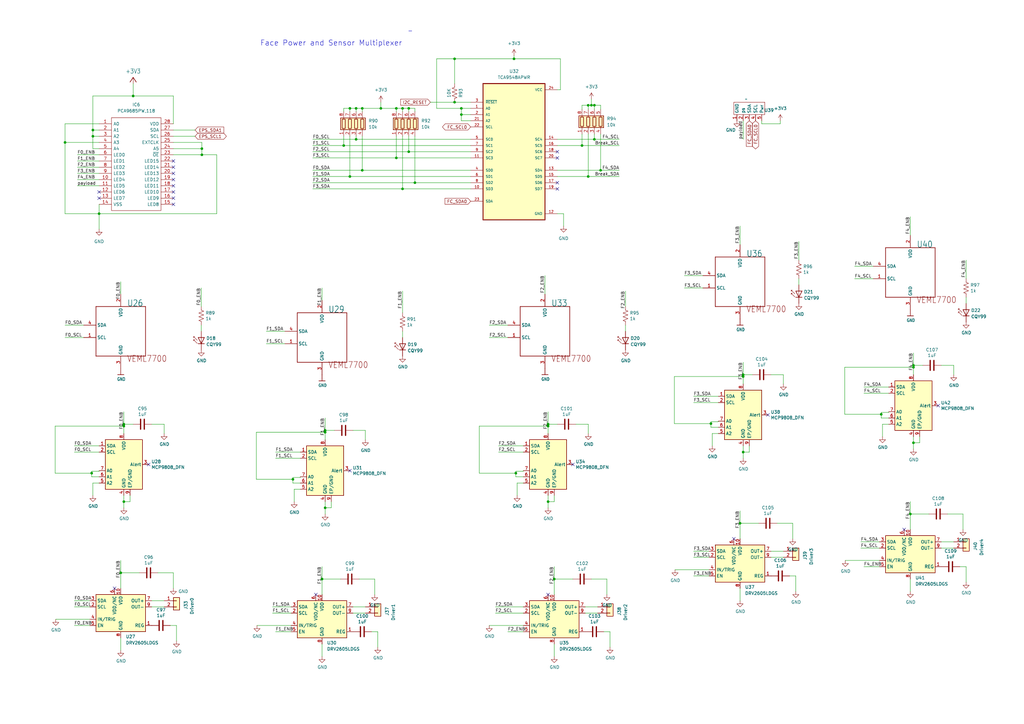
<source format=kicad_sch>
(kicad_sch (version 20231120) (generator "eeschema") (generator_version "8.0")
  (paper "A3")
  (title_block (title "Payload Circuitry") (rev "V1") (company "Blue Dot Foundation") (comment 1 "By: Nicole Maggard"))
  (junction (at 291.592 173.736))
  (junction (at 374.65 150.622))
  (junction (at 133.35 208.28))
  (junction (at 186.436 24.13))
  (junction (at 242.57 43.1546))
  (junction (at 186.436 41.91))
  (junction (at 140.97 59.69))
  (junction (at 304.8 185.42))
  (junction (at 50.8 205.74))
  (junction (at 246.3292 69.85))
  (junction (at 38.1 53.34))
  (junction (at 189.23 44.45))
  (junction (at 243.7892 43.1546))
  (junction (at 37.592 194.056))
  (junction (at 238.7092 59.69))
  (junction (at 148.59 44.45))
  (junction (at 224.79 173.99))
  (junction (at 189.23 46.99))
  (junction (at 38.1 55.88))
  (junction (at 162.56 64.77))
  (junction (at 49.53 234.95))
  (junction (at 148.59 69.85))
  (junction (at 227.33 237.49))
  (junction (at 167.64 44.45))
  (junction (at 243.7892 57.15))
  (junction (at 146.05 44.45))
  (junction (at 82.804 63.5))
  (junction (at 167.64 62.23))
  (junction (at 26.67 58.42))
  (junction (at 241.2492 43.18))
  (junction (at 143.51 72.39))
  (junction (at 82.804 60.96))
  (junction (at 54.61 39.37))
  (junction (at 241.2492 72.39))
  (junction (at 133.35 176.53))
  (junction (at 40.64 87.63))
  (junction (at 165.1 44.45))
  (junction (at 132.08 237.49))
  (junction (at 143.51 44.45))
  (junction (at 373.38 210.82))
  (junction (at 50.8 173.99))
  (junction (at 170.18 74.93))
  (junction (at 146.05 57.15))
  (junction (at 165.1 77.47))
  (junction (at 374.65 149.86))
  (junction (at 211.582 194.056))
  (junction (at 50.8 174.752))
  (junction (at 224.79 205.74))
  (junction (at 303.53 214.63))
  (junction (at 304.8 153.67))
  (junction (at 361.442 169.926))
  (junction (at 374.65 181.61))
  (junction (at 210.82 24.13))
  (junction (at 162.56 44.45))
  (junction (at 133.35 177.292))
  (junction (at 120.142 196.596))
  (junction (at 156.21 44.45))
  (junction (at 224.79 174.752))
  (junction (at 304.8 154.432))
  (no_connect (at 384.81 166.37))
  (no_connect (at 370.84 217.17))
  (no_connect (at 228.6 62.23))
  (no_connect (at 228.6 64.77))
  (no_connect (at 228.6 74.93))
  (no_connect (at 228.6 77.47))
  (no_connect (at 71.12 78.74))
  (no_connect (at 71.12 81.28))
  (no_connect (at 71.12 71.12))
  (no_connect (at 71.12 73.66))
  (no_connect (at 71.12 76.2))
  (no_connect (at 40.64 81.28))
  (no_connect (at 71.12 66.04))
  (no_connect (at 314.96 170.18))
  (no_connect (at 46.99 241.3))
  (no_connect (at 40.64 78.74))
  (no_connect (at 234.95 190.5))
  (no_connect (at 71.12 68.58))
  (no_connect (at 224.79 243.84))
  (no_connect (at 60.96 190.5))
  (no_connect (at 143.51 193.04))
  (no_connect (at 129.54 243.84))
  (no_connect (at 300.99 220.98))
  (no_connect (at 71.12 83.82))
  (wire (pts (xy 373.38 237.49) (xy 373.38 242.57)))
  (wire (pts (xy 304.8 154.432) (xy 276.606 154.432)))
  (wire (pts (xy 316.23 226.06) (xy 321.31 226.06)))
  (wire (pts (xy 30.48 185.42) (xy 40.64 185.42)))
  (wire (pts (xy 189.23 44.45) (xy 189.23 46.99)))
  (wire (pts (xy 196.596 174.752) (xy 196.596 194.056)))
  (wire (pts (xy 71.12 58.42) (xy 82.804 58.42)))
  (wire (pts (xy 71.12 63.5) (xy 82.804 63.5)))
  (wire (pts (xy 128.27 72.39) (xy 143.51 72.39)))
  (wire (pts (xy 148.59 55.88) (xy 148.59 69.85)))
  (wire (pts (xy 364.49 169.164) (xy 364.49 168.91)))
  (wire (pts (xy 120.65 200.66) (xy 120.65 205.74)))
  (wire (pts (xy 170.18 44.45) (xy 167.64 44.45)))
  (wire (pts (xy 326.39 236.22) (xy 326.39 242.57)))
  (wire (pts (xy 320.04 49.53) (xy 320.04 50.8)))
  (wire (pts (xy 162.56 45.72) (xy 162.56 44.45)))
  (wire (pts (xy 189.23 46.99) (xy 193.04 46.99)))
  (wire (pts (xy 53.34 205.74) (xy 50.8 205.74)))
  (wire (pts (xy 189.23 44.45) (xy 193.04 44.45)))
  (wire (pts (xy 37.592 193.294) (xy 40.64 193.294)))
  (wire (pts (xy 303.53 214.63) (xy 311.15 214.63)))
  (wire (pts (xy 208.28 133.35) (xy 200.66 133.35)))
  (wire (pts (xy 307.34 182.88) (xy 307.34 185.42)))
  (wire (pts (xy 200.66 138.43) (xy 208.28 138.43)))
  (wire (pts (xy 149.86 176.53) (xy 149.86 180.34)))
  (wire (pts (xy 49.53 234.95) (xy 49.53 241.3)))
  (wire (pts (xy 354.33 161.29) (xy 364.49 161.29)))
  (wire (pts (xy 373.38 210.82) (xy 373.38 217.17)))
  (wire (pts (xy 318.77 214.63) (xy 325.12 214.63)))
  (wire (pts (xy 288.29 113.03) (xy 280.67 113.03)))
  (wire (pts (xy 31.75 68.58) (xy 40.64 68.58)))
  (wire (pts (xy 238.7092 44.8564) (xy 238.7092 43.18)))
  (wire (pts (xy 40.64 55.88) (xy 38.1 55.88)))
  (wire (pts (xy 241.3 173.99) (xy 241.3 177.8)))
  (wire (pts (xy 154.94 259.08) (xy 154.94 265.43)))
  (wire (pts (xy 243.7892 55.0164) (xy 243.7892 57.15)))
  (wire (pts (xy 152.4 259.08) (xy 154.94 259.08)))
  (wire (pts (xy 54.61 39.37) (xy 71.12 39.37)))
  (wire (pts (xy 323.85 236.22) (xy 326.39 236.22)))
  (wire (pts (xy 133.35 176.53) (xy 133.35 177.292)))
  (wire (pts (xy 186.436 41.91) (xy 193.04 41.91)))
  (wire (pts (xy 304.8 153.67) (xy 308.61 153.67)))
  (wire (pts (xy 128.27 62.23) (xy 167.64 62.23)))
  (wire (pts (xy 128.27 69.85) (xy 148.59 69.85)))
  (wire (pts (xy 67.31 173.99) (xy 67.31 177.8)))
  (wire (pts (xy 228.6 69.85) (xy 246.3292 69.85)))
  (wire (pts (xy 38.1 39.37) (xy 38.1 53.34)))
  (wire (pts (xy 105.156 177.292) (xy 105.156 196.596)))
  (wire (pts (xy 170.18 55.88) (xy 170.18 74.93)))
  (wire (pts (xy 143.51 55.88) (xy 143.51 72.39)))
  (wire (pts (xy 353.06 224.79) (xy 360.68 224.79)))
  (wire (pts (xy 71.12 50.8) (xy 71.12 39.37)))
  (wire (pts (xy 31.75 73.66) (xy 40.64 73.66)))
  (wire (pts (xy 50.8 173.99) (xy 50.8 174.752)))
  (wire (pts (xy 40.64 87.63) (xy 40.64 83.82)))
  (wire (pts (xy 189.23 49.53) (xy 193.04 49.53)))
  (wire (pts (xy 223.52 113.03) (xy 223.52 120.65)))
  (wire (pts (xy 165.1 55.88) (xy 165.1 77.47)))
  (wire (pts (xy 304.8 182.88) (xy 304.8 185.42)))
  (wire (pts (xy 307.34 185.42) (xy 304.8 185.42)))
  (wire (pts (xy 140.97 55.88) (xy 140.97 59.69)))
  (wire (pts (xy 165.1 77.47) (xy 193.04 77.47)))
  (wire (pts (xy 162.56 64.77) (xy 193.04 64.77)))
  (wire (pts (xy 167.64 62.23) (xy 193.04 62.23)))
  (wire (pts (xy 228.6 57.15) (xy 243.7892 57.15)))
  (wire (pts (xy 143.51 44.45) (xy 143.51 45.72)))
  (wire (pts (xy 394.97 210.82) (xy 394.97 217.17)))
  (wire (pts (xy 22.606 174.752) (xy 22.606 194.056)))
  (wire (pts (xy 162.56 55.88) (xy 162.56 64.77)))
  (wire (pts (xy 396.24 232.41) (xy 396.24 238.76)))
  (wire (pts (xy 227.33 203.2) (xy 227.33 205.74)))
  (wire (pts (xy 105.156 196.596) (xy 120.142 196.596)))
  (wire (pts (xy 241.2492 43.18) (xy 242.57 43.18)))
  (wire (pts (xy 120.142 198.12) (xy 120.142 196.596)))
  (wire (pts (xy 304.8 154.432) (xy 304.8 157.48)))
  (wire (pts (xy 304.8 185.42) (xy 304.8 187.96)))
  (wire (pts (xy 224.79 173.99) (xy 228.6 173.99)))
  (wire (pts (xy 143.51 72.39) (xy 193.04 72.39)))
  (wire (pts (xy 214.63 198.12) (xy 212.09 198.12)))
  (wire (pts (xy 53.34 203.2) (xy 53.34 205.74)))
  (wire (pts (xy 133.35 205.74) (xy 133.35 208.28)))
  (wire (pts (xy 113.03 187.96) (xy 123.19 187.96)))
  (wire (pts (xy 304.8 57.15) (xy 304.8 49.53)))
  (wire (pts (xy 284.48 165.1) (xy 294.64 165.1)))
  (wire (pts (xy 325.12 214.63) (xy 325.12 220.98)))
  (wire (pts (xy 49.53 261.62) (xy 49.53 266.7)))
  (wire (pts (xy 50.8 174.752) (xy 22.606 174.752)))
  (wire (pts (xy 128.27 77.47) (xy 165.1 77.47)))
  (wire (pts (xy 31.75 76.2) (xy 40.64 76.2)))
  (wire (pts (xy 105.41 256.54) (xy 119.38 256.54)))
  (wire (pts (xy 120.142 195.834) (xy 123.19 195.834)))
  (wire (pts (xy 240.03 248.92) (xy 245.11 248.92)))
  (wire (pts (xy 34.29 133.35) (xy 26.67 133.35)))
  (wire (pts (xy 284.48 236.22) (xy 290.83 236.22)))
  (wire (pts (xy 364.49 173.99) (xy 361.95 173.99)))
  (wire (pts (xy 303.53 209.55) (xy 303.53 214.63)))
  (wire (pts (xy 374.65 149.86) (xy 374.65 150.622)))
  (wire (pts (xy 227.33 264.16) (xy 227.33 269.24)))
  (wire (pts (xy 250.19 259.08) (xy 250.19 265.43)))
  (wire (pts (xy 37.592 194.056) (xy 37.592 193.294)))
  (wire (pts (xy 148.59 44.45) (xy 148.59 45.72)))
  (polyline (pts (xy 167.64 12.7) (xy 168.91 12.7)))
  (wire (pts (xy 321.31 153.67) (xy 321.31 157.48)))
  (wire (pts (xy 304.8 153.67) (xy 304.8 154.432)))
  (wire (pts (xy 62.23 248.92) (xy 67.31 248.92)))
  (wire (pts (xy 346.456 169.926) (xy 361.442 169.926)))
  (wire (pts (xy 132.08 264.16) (xy 132.08 269.24)))
  (wire (pts (xy 316.23 153.67) (xy 321.31 153.67)))
  (wire (pts (xy 224.79 205.74) (xy 224.79 208.28)))
  (wire (pts (xy 284.48 228.6) (xy 290.83 228.6)))
  (wire (pts (xy 303.53 214.63) (xy 303.53 220.98)))
  (wire (pts (xy 30.48 182.88) (xy 40.64 182.88)))
  (wire (pts (xy 62.23 246.38) (xy 67.31 246.38)))
  (wire (pts (xy 316.23 228.6) (xy 321.31 228.6)))
  (wire (pts (xy 40.64 195.58) (xy 37.592 195.58)))
  (wire (pts (xy 303.53 241.3) (xy 303.53 246.38)))
  (wire (pts (xy 256.54 119.38) (xy 256.54 125.73)))
  (wire (pts (xy 320.04 50.8) (xy 312.42 50.8)))
  (wire (pts (xy 238.7092 43.18) (xy 241.2492 43.18)))
  (wire (pts (xy 186.436 24.13) (xy 186.436 34.29)))
  (wire (pts (xy 133.35 177.292) (xy 105.156 177.292)))
  (wire (pts (xy 135.89 208.28) (xy 133.35 208.28)))
  (wire (pts (xy 243.7892 57.15) (xy 254 57.15)))
  (wire (pts (xy 256.54 135.89) (xy 256.54 133.35)))
  (wire (pts (xy 238.7092 55.0164) (xy 238.7092 59.69)))
  (wire (pts (xy 120.142 196.596) (xy 120.142 195.834)))
  (wire (pts (xy 377.19 181.61) (xy 374.65 181.61)))
  (wire (pts (xy 147.32 237.49) (xy 153.67 237.49)))
  (wire (pts (xy 132.08 237.49) (xy 132.08 243.84)))
  (wire (pts (xy 374.65 144.78) (xy 374.65 149.86)))
  (wire (pts (xy 123.19 195.834) (xy 123.19 195.58)))
  (wire (pts (xy 236.22 173.99) (xy 241.3 173.99)))
  (wire (pts (xy 276.606 154.432) (xy 276.606 173.736)))
  (wire (pts (xy 31.75 66.04) (xy 40.64 66.04)))
  (wire (pts (xy 211.582 195.58) (xy 211.582 194.056)))
  (wire (pts (xy 30.48 248.92) (xy 36.83 248.92)))
  (wire (pts (xy 50.8 173.99) (xy 54.61 173.99)))
  (wire (pts (xy 211.582 193.294) (xy 214.63 193.294)))
  (wire (pts (xy 123.19 200.66) (xy 120.65 200.66)))
  (wire (pts (xy 156.21 44.45) (xy 156.21 41.91)))
  (wire (pts (xy 294.64 175.26) (xy 291.592 175.26)))
  (wire (pts (xy 346.456 150.622) (xy 346.456 169.926)))
  (wire (pts (xy 50.8 205.74) (xy 50.8 208.28)))
  (wire (pts (xy 241.2492 43.18) (xy 241.2492 44.8564)))
  (wire (pts (xy 247.65 259.08) (xy 250.19 259.08)))
  (wire (pts (xy 26.67 138.43) (xy 34.29 138.43)))
  (wire (pts (xy 31.75 63.5) (xy 40.64 63.5)))
  (wire (pts (xy 128.27 59.69) (xy 140.97 59.69)))
  (wire (pts (xy 224.79 173.99) (xy 224.79 174.752)))
  (wire (pts (xy 200.66 256.54) (xy 214.63 256.54)))
  (wire (pts (xy 113.03 259.08) (xy 119.38 259.08)))
  (wire (pts (xy 393.7 232.41) (xy 396.24 232.41)))
  (wire (pts (xy 228.6 59.69) (xy 238.7092 59.69)))
  (wire (pts (xy 374.65 179.07) (xy 374.65 181.61)))
  (wire (pts (xy 132.08 232.41) (xy 132.08 237.49)))
  (wire (pts (xy 133.35 208.28) (xy 133.35 210.82)))
  (wire (pts (xy 276.86 233.68) (xy 290.83 233.68)))
  (wire (pts (xy 143.51 44.45) (xy 146.05 44.45)))
  (wire (pts (xy 353.06 222.25) (xy 360.68 222.25)))
  (wire (pts (xy 156.21 44.45) (xy 162.56 44.45)))
  (wire (pts (xy 303.53 92.71) (xy 303.53 100.33)))
  (wire (pts (xy 224.79 174.752) (xy 224.79 177.8)))
  (wire (pts (xy 208.28 259.08) (xy 214.63 259.08)))
  (wire (pts (xy 144.78 248.92) (xy 149.86 248.92)))
  (wire (pts (xy 291.592 175.26) (xy 291.592 173.736)))
  (wire (pts (xy 210.82 24.13) (xy 186.436 24.13)))
  (wire (pts (xy 224.79 168.91) (xy 224.79 173.99)))
  (wire (pts (xy 246.3292 69.85) (xy 254 69.85)))
  (wire (pts (xy 243.7892 43.1546) (xy 242.57 43.1546)))
  (wire (pts (xy 144.78 176.53) (xy 149.86 176.53)))
  (wire (pts (xy 374.65 150.622) (xy 346.456 150.622)))
  (wire (pts (xy 30.48 256.54) (xy 36.83 256.54)))
  (wire (pts (xy 50.8 174.752) (xy 50.8 177.8)))
  (wire (pts (xy 30.48 246.38) (xy 36.83 246.38)))
  (wire (pts (xy 396.24 124.46) (xy 396.24 121.92)))
  (wire (pts (xy 284.48 226.06) (xy 290.83 226.06)))
  (wire (pts (xy 111.76 251.46) (xy 119.38 251.46)))
  (wire (pts (xy 211.582 194.056) (xy 211.582 193.294)))
  (wire (pts (xy 227.33 232.41) (xy 227.33 237.49)))
  (wire (pts (xy 146.05 44.45) (xy 146.05 45.72)))
  (wire (pts (xy 227.33 205.74) (xy 224.79 205.74)))
  (wire (pts (xy 186.436 24.13) (xy 179.07 24.13)))
  (wire (pts (xy 38.1 39.37) (xy 54.61 39.37)))
  (wire (pts (xy 276.606 173.736) (xy 291.592 173.736)))
  (wire (pts (xy 49.53 234.95) (xy 57.15 234.95)))
  (wire (pts (xy 135.89 205.74) (xy 135.89 208.28)))
  (wire (pts (xy 82.804 60.96) (xy 82.804 63.5)))
  (wire (pts (xy 123.19 198.12) (xy 120.142 198.12)))
  (wire (pts (xy 50.8 168.91) (xy 50.8 173.99)))
  (wire (pts (xy 26.67 50.8) (xy 26.67 58.42)))
  (wire (pts (xy 140.97 44.45) (xy 143.51 44.45)))
  (wire (pts (xy 146.05 57.15) (xy 193.04 57.15)))
  (wire (pts (xy 243.7892 44.8564) (xy 243.7892 43.1546)))
  (wire (pts (xy 361.442 169.164) (xy 364.49 169.164)))
  (wire (pts (xy 354.33 158.75) (xy 364.49 158.75)))
  (wire (pts (xy 227.33 237.49) (xy 234.95 237.49)))
  (wire (pts (xy 228.6 72.39) (xy 241.2492 72.39)))
  (wire (pts (xy 64.77 234.95) (xy 71.12 234.95)))
  (wire (pts (xy 203.2 248.92) (xy 214.63 248.92)))
  (wire (pts (xy 140.97 45.72) (xy 140.97 44.45)))
  (wire (pts (xy 227.33 237.49) (xy 227.33 243.84)))
  (wire (pts (xy 350.52 114.3) (xy 358.14 114.3)))
  (wire (pts (xy 241.2492 55.0164) (xy 241.2492 72.39)))
  (wire (pts (xy 133.35 177.292) (xy 133.35 180.34)))
  (wire (pts (xy 229.87 24.13) (xy 229.87 36.83)))
  (wire (pts (xy 374.65 181.61) (xy 374.65 184.15)))
  (wire (pts (xy 246.3292 55.0164) (xy 246.3292 69.85)))
  (wire (pts (xy 148.59 44.45) (xy 156.21 44.45)))
  (wire (pts (xy 128.27 64.77) (xy 162.56 64.77)))
  (wire (pts (xy 146.05 55.88) (xy 146.05 57.15)))
  (wire (pts (xy 40.64 87.63) (xy 88.9 87.63)))
  (wire (pts (xy 148.59 69.85) (xy 193.04 69.85)))
  (wire (pts (xy 165.1 44.45) (xy 162.56 44.45)))
  (wire (pts (xy 133.35 176.53) (xy 137.16 176.53)))
  (wire (pts (xy 396.24 106.68) (xy 396.24 114.3)))
  (wire (pts (xy 346.71 229.87) (xy 360.68 229.87)))
  (wire (pts (xy 167.64 44.45) (xy 167.64 45.72)))
  (wire (pts (xy 109.22 140.97) (xy 116.84 140.97)))
  (wire (pts (xy 40.64 53.34) (xy 38.1 53.34)))
  (wire (pts (xy 26.67 87.63) (xy 40.64 87.63)))
  (wire (pts (xy 111.76 248.92) (xy 119.38 248.92)))
  (wire (pts (xy 31.75 71.12) (xy 40.64 71.12)))
  (wire (pts (xy 373.38 210.82) (xy 381 210.82)))
  (wire (pts (xy 128.27 74.93) (xy 170.18 74.93)))
  (wire (pts (xy 204.47 185.42) (xy 214.63 185.42)))
  (wire (pts (xy 377.19 179.07) (xy 377.19 181.61)))
  (wire (pts (xy 374.65 150.622) (xy 374.65 153.67)))
  (wire (pts (xy 248.92 237.49) (xy 248.92 243.84)))
  (wire (pts (xy 113.03 185.42) (xy 123.19 185.42)))
  (wire (pts (xy 361.95 173.99) (xy 361.95 179.07)))
  (wire (pts (xy 71.12 234.95) (xy 71.12 241.3)))
  (wire (pts (xy 146.05 44.45) (xy 148.59 44.45)))
  (wire (pts (xy 214.63 193.294) (xy 214.63 193.04)))
  (wire (pts (xy 391.16 149.86) (xy 391.16 153.67)))
  (wire (pts (xy 312.42 50.8) (xy 312.42 49.53)))
  (wire (pts (xy 373.38 88.9) (xy 373.38 96.52)))
  (wire (pts (xy 26.67 50.8) (xy 40.64 50.8)))
  (wire (pts (xy 22.606 194.056) (xy 37.592 194.056)))
  (wire (pts (xy 242.57 43.1546) (xy 242.57 43.18)))
  (wire (pts (xy 69.85 256.54) (xy 72.39 256.54)))
  (wire (pts (xy 224.79 174.752) (xy 196.596 174.752)))
  (wire (pts (xy 241.2492 72.39) (xy 254 72.39)))
  (wire (pts (xy 327.66 116.84) (xy 327.66 114.3)))
  (wire (pts (xy 242.57 40.64) (xy 242.57 43.1546)))
  (wire (pts (xy 291.592 172.974) (xy 294.64 172.974)))
  (wire (pts (xy 327.66 99.06) (xy 327.66 106.68)))
  (wire (pts (xy 179.07 44.45) (xy 189.23 44.45)))
  (wire (pts (xy 170.18 74.93) (xy 193.04 74.93)))
  (wire (pts (xy 49.53 115.57) (xy 49.53 120.65)))
  (wire (pts (xy 38.1 60.96) (xy 38.1 55.88)))
  (wire (pts (xy 354.33 232.41) (xy 360.68 232.41)))
  (wire (pts (xy 231.14 87.63) (xy 231.14 92.71)))
  (wire (pts (xy 165.1 44.45) (xy 165.1 45.72)))
  (wire (pts (xy 170.18 45.72) (xy 170.18 44.45)))
  (wire (pts (xy 116.84 135.89) (xy 109.22 135.89)))
  (wire (pts (xy 40.64 60.96) (xy 38.1 60.96)))
  (wire (pts (xy 364.49 171.45) (xy 361.442 171.45)))
  (wire (pts (xy 82.804 58.42) (xy 82.804 60.96)))
  (wire (pts (xy 88.9 63.5) (xy 88.9 87.63)))
  (wire (pts (xy 26.67 58.42) (xy 26.67 87.63)))
  (wire (pts (xy 82.55 135.89) (xy 82.55 133.35)))
  (wire (pts (xy 167.64 55.88) (xy 167.64 62.23)))
  (wire (pts (xy 49.53 229.87) (xy 49.53 234.95)))
  (wire (pts (xy 26.67 58.42) (xy 40.64 58.42)))
  (wire (pts (xy 386.08 224.79) (xy 391.16 224.79)))
  (wire (pts (xy 291.592 173.736) (xy 291.592 172.974)))
  (wire (pts (xy 82.55 118.11) (xy 82.55 125.73)))
  (wire (pts (xy 284.48 162.56) (xy 294.64 162.56)))
  (wire (pts (xy 373.38 205.74) (xy 373.38 210.82)))
  (wire (pts (xy 40.64 193.294) (xy 40.64 193.04)))
  (wire (pts (xy 167.64 44.45) (xy 165.1 44.45)))
  (wire (pts (xy 22.86 254) (xy 36.83 254)))
  (wire (pts (xy 361.442 169.926) (xy 361.442 169.164)))
  (wire (pts (xy 153.67 237.49) (xy 153.67 243.84)))
  (wire (pts (xy 210.82 22.86) (xy 210.82 24.13)))
  (wire (pts (xy 132.08 237.49) (xy 139.7 237.49)))
  (wire (pts (xy 38.1 55.88) (xy 38.1 53.34)))
  (wire (pts (xy 238.7092 59.69) (xy 254 59.69)))
  (wire (pts (xy 242.57 237.49) (xy 248.92 237.49)))
  (wire (pts (xy 140.97 59.69) (xy 193.04 59.69)))
  (wire (pts (xy 361.442 171.45) (xy 361.442 169.926)))
  (wire (pts (xy 37.592 195.58) (xy 37.592 194.056)))
  (wire (pts (xy 72.39 256.54) (xy 72.39 262.89)))
  (wire (pts (xy 214.63 195.58) (xy 211.582 195.58)))
  (wire (pts (xy 54.61 34.29) (xy 54.61 39.37)))
  (wire (pts (xy 246.3292 43.1546) (xy 243.7892 43.1546)))
  (wire (pts (xy 38.1 198.12) (xy 38.1 203.2)))
  (wire (pts (xy 388.62 210.82) (xy 394.97 210.82)))
  (wire (pts (xy 50.8 203.2) (xy 50.8 205.74)))
  (wire (pts (xy 128.27 57.15) (xy 146.05 57.15)))
  (wire (pts (xy 386.08 222.25) (xy 391.16 222.25)))
  (wire (pts (xy 176.53 41.91) (xy 186.436 41.91)))
  (wire (pts (xy 71.12 60.96) (xy 82.804 60.96)))
  (wire (pts (xy 189.23 46.99) (xy 189.23 49.53)))
  (wire (pts (xy 240.03 251.46) (xy 245.11 251.46)))
  (wire (pts (xy 212.09 198.12) (xy 212.09 203.2)))
  (wire (pts (xy 165.1 138.43) (xy 165.1 135.89)))
  (wire (pts (xy 294.64 177.8) (xy 292.1 177.8)))
  (wire (pts (xy 40.64 87.63) (xy 40.64 93.98)))
  (wire (pts (xy 40.64 198.12) (xy 38.1 198.12)))
  (wire (pts (xy 179.07 24.13) (xy 179.07 44.45)))
  (wire (pts (xy 62.23 173.99) (xy 67.31 173.99)))
  (wire (pts (xy 304.8 148.59) (xy 304.8 153.67)))
  (wire (pts (xy 229.87 24.13) (xy 210.82 24.13)))
  (wire (pts (xy 386.08 149.86) (xy 391.16 149.86)))
  (wire (pts (xy 280.67 118.11) (xy 288.29 118.11)))
  (wire (pts (xy 203.2 251.46) (xy 214.63 251.46)))
  (wire (pts (xy 196.596 194.056) (xy 211.582 194.056)))
  (wire (pts (xy 228.6 87.63) (xy 231.14 87.63)))
  (wire (pts (xy 246.3292 44.8564) (xy 246.3292 43.1546)))
  (wire (pts (xy 224.79 203.2) (xy 224.79 205.74)))
  (wire (pts (xy 292.1 177.8) (xy 292.1 182.88)))
  (wire (pts (xy 133.35 171.45) (xy 133.35 176.53)))
  (wire (pts (xy 204.47 182.88) (xy 214.63 182.88)))
  (wire (pts (xy 228.6 36.83) (xy 229.87 36.83)))
  (wire (pts (xy 144.78 251.46) (xy 149.86 251.46)))
  (wire (pts (xy 132.08 118.11) (xy 132.08 123.19)))
  (wire (pts (xy 294.64 172.974) (xy 294.64 172.72)))
  (wire (pts (xy 80.01 55.88) (xy 71.12 55.88)))
  (wire (pts (xy 358.14 109.22) (xy 350.52 109.22)))
  (wire (pts (xy 165.1 119.38) (xy 165.1 128.27)))
  (wire (pts (xy 88.9 63.5) (xy 82.804 63.5)))
  (wire (pts (xy 80.01 53.34) (xy 71.12 53.34)))
  (wire (pts (xy 374.65 149.86) (xy 378.46 149.86)))
  (text "Face Power and Sensor Multiplexer" (at 106.68 19.05 0) (effects (font (size 2.159 2.159)) (justify left bottom)))
  (label "F1_ENB" (at 133.35 171.45 270))
  (label "F0_ENB" (at 82.55 118.11 270))
  (label "F3_ENB" (at 284.48 236.22 0))
  (label "F2_ENB" (at 208.28 259.08 0))
  (label "F3_SCL" (at 284.48 228.6 0))
  (label "F3_SCL" (at 280.67 118.11 0))
  (label "F1_ENB" (at 31.75 66.04 0))
  (label "F3_ENB" (at 303.53 209.55 270))
  (label "F3_ENB" (at 303.53 92.71 270))
  (label "F2_SDA" (at 203.2 248.92 0))
  (label "F0_ENB" (at 49.53 229.87 270))
  (label "F2_ENB" (at 223.52 113.03 270))
  (label "F2_SCL" (at 200.66 138.43 0))
  (label "F2_ENB" (at 256.54 119.38 270))
  (label "F0_ENB" (at 49.53 115.57 270))
  (label "F4_ENB" (at 396.24 106.68 270))
  (label "F4_SDA" (at 254 69.85 180))
  (label "F3_SCL" (at 284.48 165.1 0))
  (label "F1_SDA" (at 109.22 135.89 0))
  (label "F1_ENB" (at 165.1 119.38 270))
  (label "F2_SCL" (at 203.2 251.46 0))
  (label "F1_SDA" (at 111.76 248.92 0))
  (label "F0_ENB" (at 31.75 63.5 0))
  (label "F4_SCL" (at 350.52 114.3 0))
  (label "F0_SDA" (at 128.27 69.85 0))
  (label "F1_SDA" (at 128.27 72.39 0))
  (label "F0_SDA" (at 30.48 182.88 0))
  (label "F4_SCL" (at 354.33 161.29 0))
  (label "F0_SDA" (at 30.48 246.38 0))
  (label "F3_ENB" (at 31.75 71.12 0))
  (label "F0_SCL" (at 30.48 248.92 0))
  (label "payload" (at 304.8 57.15 90))
  (label "F2_SDA" (at 204.47 182.88 0))
  (label "F0_SCL" (at 128.27 57.15 0))
  (label "F1_SCL" (at 109.22 140.97 0))
  (label "Break_SDA" (at 254 72.39 180))
  (label "F3_SDA" (at 128.27 77.47 0))
  (label "F1_SCL" (at 128.27 59.69 0))
  (label "F4_ENB" (at 373.38 88.9 270))
  (label "F3_SDA" (at 280.67 113.03 0))
  (label "F4_SDA" (at 353.06 222.25 0))
  (label "F2_ENB" (at 31.75 68.58 0))
  (label "F4_ENB" (at 354.33 232.41 0))
  (label "F3_SDA" (at 284.48 226.06 0))
  (label "F0_ENB" (at 50.8 168.91 270))
  (label "F1_SDA" (at 113.03 185.42 0))
  (label "F2_SCL" (at 204.47 185.42 0))
  (label "payload" (at 31.75 76.2 0))
  (label "F4_SCL" (at 353.06 224.79 0))
  (label "F2_ENB" (at 224.79 168.91 270))
  (label "F4_SDA" (at 350.52 109.22 0))
  (label "F3_SDA" (at 284.48 162.56 0))
  (label "F3_ENB" (at 304.8 148.59 270))
  (label "F3_ENB" (at 327.66 99.06 270))
  (label "F1_ENB" (at 132.08 232.41 270))
  (label "F4_ENB" (at 373.38 205.74 270))
  (label "F2_SDA" (at 200.66 133.35 0))
  (label "F2_SCL" (at 128.27 62.23 0))
  (label "F0_SCL" (at 30.48 185.42 0))
  (label "F0_SDA" (at 26.67 133.35 0))
  (label "F0_ENB" (at 30.48 256.54 0))
  (label "F0_SCL" (at 26.67 138.43 0))
  (label "F4_ENB" (at 374.65 144.78 270))
  (label "Break_SCL" (at 254 59.69 180))
  (label "F4_SCL" (at 254 57.15 180))
  (label "F2_ENB" (at 227.33 232.41 270))
  (label "F1_SCL" (at 111.76 251.46 0))
  (label "F1_SCL" (at 113.03 187.96 0))
  (label "F4_ENB" (at 31.75 73.66 0))
  (label "F1_ENB" (at 132.08 118.11 270))
  (label "F3_SCL" (at 128.27 64.77 0))
  (label "F1_ENB" (at 113.03 259.08 0))
  (label "F2_SDA" (at 128.27 74.93 0))
  (label "F4_SDA" (at 354.33 158.75 0))
  (global_label "FC_SDA0" (shape input) (at 193.04 82.55 180) (property "Intersheetrefs" "${INTERSHEET_REFS}" (effects (hide yes))))
  (global_label "I2C_RESET" (shape input) (at 176.53 41.91 180) (property "Intersheetrefs" "${INTERSHEET_REFS}" (effects (hide yes))))
  (global_label "FC_SCL0" (shape bidirectional) (at 193.04 52.07 180) (property "Intersheetrefs" "${INTERSHEET_REFS}" (effects (hide yes))))
  (global_label "FC_SCL0" (shape bidirectional) (at 309.88 49.53 270) (property "Intersheetrefs" "${INTERSHEET_REFS}" (effects (hide yes))))
  (global_label "EPS_SDA1" (shape input) (at 80.01 53.34 0) (property "Intersheetrefs" "${INTERSHEET_REFS}" (effects (hide yes))))
  (global_label "EPS_SCL1" (shape bidirectional) (at 80.01 55.88 0) (property "Intersheetrefs" "${INTERSHEET_REFS}" (effects (hide yes))))
  (global_label "FC_SDA0" (shape input) (at 307.34 49.53 270) (property "Intersheetrefs" "${INTERSHEET_REFS}" (effects (hide yes))))
  (symbol (lib_id "camera_daughter:camera_daughter") (at 306.07 40.64 0) (unit 1)
    (property "Reference" "U39" (at 313.436 45.212 0) (effects (justify left)))
    (property "Value" "~" (at 306.07 40.64 0))
    (property "Footprint" "flat-sat:camera_daughter" (effects (hide yes)))
  )
  (symbol (lib_id "Adafruit VEML7700-eagle-import:VEML7700") (at 49.53 135.89 0) (unit 1)
    (property "Reference" "U26" (at 52.07 125.73 0) (effects (font (size 2.54 2.159)) (justify left bottom)))
    (property "Value" "VEML7700" (effects (hide yes)))
    (property "Footprint" "flat-sat:XDCR_VEML7700-TT" (effects (hide yes)))
    (instances (project "flat_sat_dev_board" (path "" (reference "U26") (unit 1))) (project "solar-panel-side-Z" (path "" (reference "U1") (unit 1))))
  )
  (symbol (lib_id "power:GND") (at 325.12 220.98 0) (unit 1)
    (property "Reference" "#PWR0212" (effects (hide yes)))
    (property "Value" "GND" (at 325.247 225.3742 0))
  )
  (symbol (lib_id "Connector_Generic:Conn_01x02") (at 396.24 222.25 0) (unit 1)
    (property "Reference" "J40" (at 400.05 222.25 90) (effects (justify right)))
    (property "Value" "Driver4" (at 402.59 220.98 90) (effects (justify right)))
    (property "Footprint" "flat-sat:MOLEX_504050-0291" (effects (hide yes)))
  )
  (symbol (lib_id "power:GND") (at 67.31 177.8 0) (unit 1)
    (property "Reference" "#PWR0181" (effects (hide yes)))
    (property "Value" "GND" (at 67.437 182.1942 0))
    (instances (project "flat_sat_dev_board" (path "" (reference "#PWR0181") (unit 1))) (project "solar-panel-side-Z" (path "" (reference "#PWR010") (unit 1))))
  )
  (symbol (lib_id "Sensor_Temperature:MCP9808_DFN") (at 304.8 170.18 0) (unit 1)
    (property "Reference" "U38" (at 316.0776 169.0116 0) (effects (justify left)))
    (property "Value" "MCP9808_DFN" (at 316.0776 171.323 0) (effects (justify left)))
    (property "Footprint" "Package_SO:MSOP-8-1EP_3x3mm_P0.65mm_EP2.5x3mm_Mask1.73x2.36mm" (effects (hide yes)))
    (property "Datasheet" "http://ww1.microchip.com/downloads/en/DeviceDoc/MCP9808-0.5C-Maximum-Accuracy-Digital-Temperature-Sensor-Data-Sheet-DS20005095B.pdf" (effects (hide yes)))
  )
  (symbol (lib_id "power:GND") (at 40.64 93.98 0) (unit 1)
    (property "Reference" "#PWR0178" (effects (hide yes)))
    (property "Value" "GND" (at 40.64 99.06 0))
    (instances (project "flat_sat_dev_board" (path "" (reference "#PWR0178") (unit 1))) (project "mux_driver_v1" (path "" (reference "#PWR01") (unit 1))))
  )
  (symbol (lib_id "Device:C") (at 60.96 234.95 90) (unit 1)
    (property "Reference" "C96" (at 60.96 228.5492 90))
    (property "Value" "1uF" (at 60.96 230.8606 90))
    (property "Footprint" "Capacitor_SMD:C_0805_2012Metric" (effects (hide yes)))
    (instances (project "flat_sat_dev_board" (path "" (reference "C96") (unit 1))) (project "solar-panel-side-Z" (path "" (reference "C2") (unit 1))))
  )
  (symbol (lib_id "Adafruit VEML7700-eagle-import:GND") (at 49.53 153.67 0) (unit 1)
    (property "Reference" "#U$026" (effects (hide yes)))
    (property "Value" "GND" (at 48.006 156.21 0) (effects (font (size 1.27 1.0795)) (justify left bottom)))
    (property "Footprint" "Adafruit VEML7700:" (effects (hide yes)))
    (instances (project "flat_sat_dev_board" (path "" (reference "#U$026") (unit 1))) (project "solar-panel-side-Z" (path "" (reference "#U$0101") (unit 1))))
  )
  (symbol (lib_id "power:GND") (at 49.53 266.7 0) (unit 1)
    (property "Reference" "#PWR0179" (effects (hide yes)))
    (property "Value" "GND" (at 49.657 271.0942 0))
    (instances (project "flat_sat_dev_board" (path "" (reference "#PWR0179") (unit 1))) (project "solar-panel-side-Z" (path "" (reference "#PWR06") (unit 1))))
  )
  (symbol (lib_id "power:GND") (at 396.24 132.08 0) (unit 1)
    (property "Reference" "#PWR0221" (effects (hide yes)))
    (property "Value" "GND" (at 396.367 136.4742 0))
  )
  (symbol (lib_id "power:GND") (at 149.86 180.34 0) (unit 1)
    (property "Reference" "#PWR0189" (effects (hide yes)))
    (property "Value" "GND" (at 149.987 184.7342 0))
  )
  (symbol (lib_id "Device:C") (at 382.27 149.86 90) (unit 1)
    (property "Reference" "C107" (at 382.27 143.4592 90))
    (property "Value" "1uF" (at 382.27 145.7706 90))
    (property "Footprint" "Capacitor_SMD:C_0805_2012Metric" (effects (hide yes)))
  )
  (symbol (lib_id "Device:R_US") (at 186.436 38.1 0) (mirror y) (unit 1)
    (property "Reference" "R93" (at 188.976 36.195 90) (effects (justify right)))
    (property "Value" "10K" (at 184.15 36.195 90) (effects (justify right)))
    (property "Footprint" "Resistor_SMD:R_0603_1608Metric" (effects (hide yes)))
    (property "Description" "100K 0603" (effects (hide yes)))
    (instances (project "flat_sat_dev_board" (path "" (reference "R93") (unit 1))) (project "mux_driver_v1" (path "" (reference "R3") (unit 1))))
  )
  (symbol (lib_id "power:GND") (at 132.08 269.24 0) (unit 1)
    (property "Reference" "#PWR0187" (effects (hide yes)))
    (property "Value" "GND" (at 132.207 273.6342 0))
  )
  (symbol (lib_id "LED:CQY99") (at 327.66 119.38 90) (unit 1)
    (property "Reference" "D21" (at 329.692 119.6883 90) (effects (justify right)))
    (property "Value" "CQY99" (at 329.692 122.2252 90) (effects (justify right)))
    (property "Footprint" "LED_SMD:LED_0603_1608Metric" (effects (hide yes)))
    (property "Datasheet" "https://www.prtice.info/IMG/pdf/CQY99.pdf" (effects (hide yes)))
  )
  (symbol (lib_id "power:GND") (at 241.3 177.8 0) (unit 1)
    (property "Reference" "#PWR0200" (effects (hide yes)))
    (property "Value" "GND" (at 241.427 182.1942 0))
  )
  (symbol (lib_id "power:GND") (at 304.8 187.96 0) (unit 1)
    (property "Reference" "#PWR0209" (effects (hide yes)))
    (property "Value" "GND" (at 304.927 192.3542 0))
  )
  (symbol (lib_id "Sensor_Temperature:MCP9808_DFN") (at 224.79 190.5 0) (unit 1)
    (property "Reference" "U34" (at 236.0676 189.3316 0) (effects (justify left)))
    (property "Value" "MCP9808_DFN" (at 236.0676 191.643 0) (effects (justify left)))
    (property "Footprint" "Package_SO:MSOP-8-1EP_3x3mm_P0.65mm_EP2.5x3mm_Mask1.73x2.36mm" (effects (hide yes)))
    (property "Datasheet" "http://ww1.microchip.com/downloads/en/DeviceDoc/MCP9808-0.5C-Maximum-Accuracy-Digital-Temperature-Sensor-Data-Sheet-DS20005095B.pdf" (effects (hide yes)))
  )
  (symbol (lib_id "Adafruit VEML7700-eagle-import:GND") (at 373.38 129.54 0) (unit 1)
    (property "Reference" "#U$030" (effects (hide yes)))
    (property "Value" "GND" (at 371.856 132.08 0) (effects (font (size 1.27 1.0795)) (justify left bottom)))
    (property "Footprint" "Adafruit VEML7700:" (effects (hide yes)))
  )
  (symbol (lib_id "Adafruit VEML7700-eagle-import:GND") (at 132.08 156.21 0) (unit 1)
    (property "Reference" "#U$027" (effects (hide yes)))
    (property "Value" "GND" (at 130.556 158.75 0) (effects (font (size 1.27 1.0795)) (justify left bottom)))
    (property "Footprint" "Adafruit VEML7700:" (effects (hide yes)))
  )
  (symbol (lib_id "Adafruit VEML7700-eagle-import:VEML7700") (at 373.38 111.76 0) (unit 1)
    (property "Reference" "U40" (at 375.92 101.6 0) (effects (font (size 2.54 2.159)) (justify left bottom)))
    (property "Value" "VEML7700" (effects (hide yes)))
    (property "Footprint" "flat-sat:XDCR_VEML7700-TT" (effects (hide yes)))
  )
  (symbol (lib_id "Device:C") (at 148.59 259.08 90) (unit 1)
    (property "Reference" "C100" (at 148.59 252.6792 90))
    (property "Value" "1uF" (at 148.59 254.9906 90))
    (property "Footprint" "Capacitor_SMD:C_0805_2012Metric" (effects (hide yes)))
  )
  (symbol (lib_id "power:GND") (at 326.39 242.57 0) (unit 1)
    (property "Reference" "#PWR0213" (effects (hide yes)))
    (property "Value" "GND" (at 326.517 246.9642 0))
  )
  (symbol (lib_id "Device:C") (at 140.97 176.53 90) (unit 1)
    (property "Reference" "C98" (at 140.97 170.1292 90))
    (property "Value" "1uF" (at 140.97 172.4406 90))
    (property "Footprint" "Capacitor_SMD:C_0805_2012Metric" (effects (hide yes)))
  )
  (symbol (lib_id "power:GND") (at 321.31 157.48 0) (unit 1)
    (property "Reference" "#PWR0211" (effects (hide yes)))
    (property "Value" "GND" (at 321.437 161.8742 0))
  )
  (symbol (lib_id "Driver_Haptic:DRV2605LDGS") (at 132.08 254 0) (unit 1)
    (property "Reference" "U30" (at 134.0994 263.6504 0) (effects (justify left)))
    (property "Value" "DRV2605LDGS" (at 134.0994 266.1873 0) (effects (justify left)))
    (property "Footprint" "Package_SO:VSSOP-10_3x3mm_P0.5mm" (effects (hide yes)))
    (property "Datasheet" "http://www.ti.com/lit/ds/symlink/drv2605l.pdf" (effects (hide yes)))
  )
  (symbol (lib_id "Device:C") (at 314.96 214.63 90) (unit 1)
    (property "Reference" "C105" (at 314.96 208.2292 90))
    (property "Value" "1uF" (at 314.96 210.5406 90))
    (property "Footprint" "Capacitor_SMD:C_0805_2012Metric" (effects (hide yes)))
  )
  (symbol (lib_id "Device:C") (at 312.42 153.67 90) (unit 1)
    (property "Reference" "C104" (at 312.42 147.2692 90))
    (property "Value" "1uF" (at 312.42 149.5806 90))
    (property "Footprint" "Capacitor_SMD:C_0805_2012Metric" (effects (hide yes)))
  )
  (symbol (lib_id "power:GND") (at 153.67 243.84 0) (unit 1)
    (property "Reference" "#PWR0190" (effects (hide yes)))
    (property "Value" "GND" (at 153.797 248.2342 0))
  )
  (symbol (lib_id "Device:R_Pack04") (at 167.64 50.8 0) (unit 1)
    (property "Reference" "R92" (at 172.72 49.5299 0) (effects (justify left)))
    (property "Value" "10k" (at 172.72 52.0699 0) (effects (justify left)))
    (property "Footprint" "Resistor_SMD:R_Array_Convex_4x0603" (effects (hide yes)))
    (instances (project "flat_sat_dev_board" (path "" (reference "R92") (unit 1))) (project "mux_driver_v1" (path "" (reference "R2") (unit 1))))
  )
  (symbol (lib_id "Connector_Generic:Conn_01x02") (at 72.39 246.38 0) (unit 1)
    (property "Reference" "J33" (at 76.2 246.38 90) (effects (justify right)))
    (property "Value" "Driver0" (at 78.74 245.11 90) (effects (justify right)))
    (property "Footprint" "flat-sat:MOLEX_504050-0291" (effects (hide yes)))
  )
  (symbol (lib_id "Adafruit VEML7700-eagle-import:VEML7700") (at 132.08 138.43 0) (unit 1)
    (property "Reference" "U29" (at 134.62 128.27 0) (effects (font (size 2.54 2.159)) (justify left bottom)))
    (property "Value" "VEML7700" (effects (hide yes)))
    (property "Footprint" "flat-sat:XDCR_VEML7700-TT" (effects (hide yes)))
  )
  (symbol (lib_id "Device:R_Pack04") (at 146.05 50.8 0) (unit 1)
    (property "Reference" "R90" (at 151.13 49.5299 0) (effects (justify left)))
    (property "Value" "10k" (at 151.13 52.0699 0) (effects (justify left)))
    (property "Footprint" "Resistor_SMD:R_Array_Convex_4x0603" (effects (hide yes)))
    (instances (project "flat_sat_dev_board" (path "" (reference "R90") (unit 1))) (project "mux_driver_v1" (path "" (reference "R1") (unit 1))))
  )
  (symbol (lib_id "power:GND") (at 373.38 242.57 0) (unit 1)
    (property "Reference" "#PWR0217" (effects (hide yes)))
    (property "Value" "GND" (at 373.507 246.9642 0))
  )
  (symbol (lib_id "power:GND") (at 133.35 210.82 0) (unit 1)
    (property "Reference" "#PWR0188" (effects (hide yes)))
    (property "Value" "GND" (at 133.477 215.2142 0))
  )
  (symbol (lib_id "Sensor_Temperature:MCP9808_DFN") (at 133.35 193.04 0) (unit 1)
    (property "Reference" "U31" (at 144.6276 191.8716 0) (effects (justify left)))
    (property "Value" "MCP9808_DFN" (at 144.6276 194.183 0) (effects (justify left)))
    (property "Footprint" "Package_SO:MSOP-8-1EP_3x3mm_P0.65mm_EP2.5x3mm_Mask1.73x2.36mm" (effects (hide yes)))
    (property "Datasheet" "http://ww1.microchip.com/downloads/en/DeviceDoc/MCP9808-0.5C-Maximum-Accuracy-Digital-Temperature-Sensor-Data-Sheet-DS20005095B.pdf" (effects (hide yes)))
  )
  (symbol (lib_id "Sensor_Temperature:MCP9808_DFN") (at 374.65 166.37 0) (unit 1)
    (property "Reference" "U42" (at 385.9276 165.2016 0) (effects (justify left)))
    (property "Value" "MCP9808_DFN" (at 385.9276 167.513 0) (effects (justify left)))
    (property "Footprint" "Package_SO:MSOP-8-1EP_3x3mm_P0.65mm_EP2.5x3mm_Mask1.73x2.36mm" (effects (hide yes)))
    (property "Datasheet" "http://ww1.microchip.com/downloads/en/DeviceDoc/MCP9808-0.5C-Maximum-Accuracy-Digital-Temperature-Sensor-Data-Sheet-DS20005095B.pdf" (effects (hide yes)))
  )
  (symbol (lib_id "Adafruit VEML7700-eagle-import:GND") (at 223.52 153.67 0) (unit 1)
    (property "Reference" "#U$028" (effects (hide yes)))
    (property "Value" "GND" (at 221.996 156.21 0) (effects (font (size 1.27 1.0795)) (justify left bottom)))
    (property "Footprint" "Adafruit VEML7700:" (effects (hide yes)))
  )
  (symbol (lib_id "Connector_Generic:Conn_01x02") (at 154.94 248.92 0) (unit 1)
    (property "Reference" "J37" (at 158.75 248.92 90) (effects (justify right)))
    (property "Value" "Driver1" (at 161.29 247.65 90) (effects (justify right)))
    (property "Footprint" "flat-sat:MOLEX_504050-0291" (effects (hide yes)))
  )
  (symbol (lib_id "Adafruit ItsyBitsy RP2040-eagle-import:+3V3") (at 54.61 31.75 0) (unit 1)
    (property "Reference" "#+3V053" (effects (hide yes)))
    (property "Value" "+3V3" (at 54.61 29.21 0) (effects (font (size 1.778 1.5113))))
    (property "Footprint" "Adafruit ItsyBitsy RP2040:" (effects (hide yes)))
    (instances (project "flat_sat_dev_board" (path "" (reference "#+3V053") (unit 1))) (project "mux_driver_v1" (path "" (reference "#+3V01") (unit 1))))
  )
  (symbol (lib_id "PCA9685PW_118:PCA9685PW,118") (at 40.64 50.8 0) (unit 1)
    (property "Reference" "IC6" (at 55.88 42.926 0))
    (property "Value" "PCA9685PW,118" (at 55.88 45.466 0))
    (property "Footprint" "Package_SO:TSSOP-28_8x9.7mm_P0.65mm" (effects (hide yes)))
    (property "Datasheet" "http://www.nxp.com/docs/en/data-sheet/PCA9685.pdf" (effects (hide yes)))
    (property "Description" "LED Display Drivers" (effects (hide yes)))
    (property "Height" "1.1" (effects (hide yes)))
    (property "Mouser Part Number" "771-PCA9685PW,118" (effects (hide yes)))
    (property "Mouser Price/Stock" "https://www.mouser.co.uk/ProductDetail/NXP-Semiconductors/PCA9685PW118?qs=6YAT8rHPFU%252BtfwwKq4nwEQ%3D%3D" (effects (hide yes)))
    (property "Manufacturer_Name" "NXP" (effects (hide yes)))
    (property "Manufacturer_Part_Number" "PCA9685PW,118" (effects (hide yes)))
    (instances (project "flat_sat_dev_board" (path "" (reference "IC6") (unit 1))) (project "mux_driver_v1" (path "" (reference "IC1") (unit 1))))
  )
  (symbol (lib_id "power:GND") (at 231.14 92.71 0) (unit 1)
    (property "Reference" "#PWR0199" (effects (hide yes)))
    (property "Value" "GND" (at 231.14 97.79 0))
    (instances (project "flat_sat_dev_board" (path "" (reference "#PWR0199") (unit 1))) (project "mux_driver_v1" (path "" (reference "#PWR016") (unit 1))))
  )
  (symbol (lib_id "Device:C") (at 232.41 173.99 90) (unit 1)
    (property "Reference" "C101" (at 232.41 167.5892 90))
    (property "Value" "1uF" (at 232.41 169.9006 90))
    (property "Footprint" "Capacitor_SMD:C_0805_2012Metric" (effects (hide yes)))
  )
  (symbol (lib_id "power:GND") (at 361.95 179.07 0) (unit 1)
    (property "Reference" "#PWR0216" (effects (hide yes)))
    (property "Value" "GND" (at 362.077 183.4642 0))
  )
  (symbol (lib_id "Device:R_Pack04") (at 243.7892 49.9364 0) (unit 1)
    (property "Reference" "R94" (at 248.8692 48.6663 0) (effects (justify left)))
    (property "Value" "10k" (at 248.8692 51.2063 0) (effects (justify left)))
    (property "Footprint" "Resistor_SMD:R_Array_Convex_4x0603" (effects (hide yes)))
    (instances (project "flat_sat_dev_board" (path "" (reference "R94") (unit 1))) (project "mux_driver_v1" (path "" (reference "R4") (unit 1))))
  )
  (symbol (lib_id "power:GND") (at 224.79 208.28 0) (unit 1)
    (property "Reference" "#PWR0197" (effects (hide yes)))
    (property "Value" "GND" (at 224.917 212.6742 0))
  )
  (symbol (lib_id "Driver_Haptic:DRV2605LDGS") (at 49.53 251.46 0) (unit 1)
    (property "Reference" "U27" (at 51.5494 261.1104 0) (effects (justify left)))
    (property "Value" "DRV2605LDGS" (at 51.5494 263.6473 0) (effects (justify left)))
    (property "Footprint" "Package_SO:VSSOP-10_3x3mm_P0.5mm" (effects (hide yes)))
    (property "Datasheet" "http://www.ti.com/lit/ds/symlink/drv2605l.pdf" (effects (hide yes)))
    (instances (project "flat_sat_dev_board" (path "" (reference "U27") (unit 1))) (project "solar-panel-side-Z" (path "" (reference "U2") (unit 1))))
  )
  (symbol (lib_id "power:GND") (at 227.33 269.24 0) (unit 1)
    (property "Reference" "#PWR0198" (effects (hide yes)))
    (property "Value" "GND" (at 227.457 273.6342 0))
  )
  (symbol (lib_id "power:GND") (at 394.97 217.17 0) (unit 1)
    (property "Reference" "#PWR0220" (effects (hide yes)))
    (property "Value" "GND" (at 395.097 221.5642 0))
  )
  (symbol (lib_id "power:GND") (at 72.39 262.89 0) (unit 1)
    (property "Reference" "#PWR0183" (effects (hide yes)))
    (property "Value" "GND" (at 72.517 267.2842 0))
    (instances (project "flat_sat_dev_board" (path "" (reference "#PWR0183") (unit 1))) (project "solar-panel-side-Z" (path "" (reference "#PWR012") (unit 1))))
  )
  (symbol (lib_id "power:GND") (at 374.65 184.15 0) (unit 1)
    (property "Reference" "#PWR0218" (effects (hide yes)))
    (property "Value" "GND" (at 374.777 188.5442 0))
  )
  (symbol (lib_id "LED:CQY99") (at 396.24 127 90) (unit 1)
    (property "Reference" "D22" (at 398.272 127.3083 90) (effects (justify right)))
    (property "Value" "CQY99" (at 398.272 129.8452 90) (effects (justify right)))
    (property "Footprint" "LED_SMD:LED_0603_1608Metric" (effects (hide yes)))
    (property "Datasheet" "https://www.prtice.info/IMG/pdf/CQY99.pdf" (effects (hide yes)))
  )
  (symbol (lib_id "power:GND") (at 303.53 246.38 0) (unit 1)
    (property "Reference" "#PWR0208" (effects (hide yes)))
    (property "Value" "GND" (at 303.657 250.7742 0))
  )
  (symbol (lib_id "power:GND") (at 276.86 233.68 0) (unit 1)
    (property "Reference" "#PWR0205" (effects (hide yes)))
    (property "Value" "GND" (at 276.987 238.0742 0))
  )
  (symbol (lib_id "Adafruit VEML7700-eagle-import:VEML7700") (at 303.53 115.57 0) (unit 1)
    (property "Reference" "U36" (at 306.07 105.41 0) (effects (font (size 2.54 2.159)) (justify left bottom)))
    (property "Value" "VEML7700" (effects (hide yes)))
    (property "Footprint" "flat-sat:XDCR_VEML7700-TT" (effects (hide yes)))
  )
  (symbol (lib_id "power:GND") (at 200.66 256.54 0) (unit 1)
    (property "Reference" "#PWR0194" (effects (hide yes)))
    (property "Value" "GND" (at 200.787 260.9342 0))
  )
  (symbol (lib_id "power:GND") (at 248.92 243.84 0) (unit 1)
    (property "Reference" "#PWR0202" (effects (hide yes)))
    (property "Value" "GND" (at 249.047 248.2342 0))
  )
  (symbol (lib_id "power:GND") (at 396.24 238.76 0) (unit 1)
    (property "Reference" "#PWR0222" (effects (hide yes)))
    (property "Value" "GND" (at 396.367 243.1542 0))
  )
  (symbol (lib_id "Driver_Haptic:DRV2605LDGS") (at 227.33 254 0) (unit 1)
    (property "Reference" "U35" (at 229.3494 263.6504 0) (effects (justify left)))
    (property "Value" "DRV2605LDGS" (at 229.3494 266.1873 0) (effects (justify left)))
    (property "Footprint" "Package_SO:VSSOP-10_3x3mm_P0.5mm" (effects (hide yes)))
    (property "Datasheet" "http://www.ti.com/lit/ds/symlink/drv2605l.pdf" (effects (hide yes)))
  )
  (symbol (lib_id "Device:R_US") (at 256.54 129.54 0) (unit 1)
    (property "Reference" "R95" (at 258.2672 128.3716 0) (effects (justify left)))
    (property "Value" "1k" (at 258.2672 130.683 0) (effects (justify left)))
    (property "Footprint" "Resistor_SMD:R_0603_1608Metric" (effects (hide yes)))
  )
  (symbol (lib_id "LED:CQY99") (at 256.54 138.43 90) (unit 1)
    (property "Reference" "D20" (at 258.572 138.7383 90) (effects (justify right)))
    (property "Value" "CQY99" (at 258.572 141.2752 90) (effects (justify right)))
    (property "Footprint" "LED_SMD:LED_0603_1608Metric" (effects (hide yes)))
    (property "Datasheet" "https://www.prtice.info/IMG/pdf/CQY99.pdf" (effects (hide yes)))
  )
  (symbol (lib_id "Device:C") (at 66.04 256.54 90) (unit 1)
    (property "Reference" "C97" (at 66.04 250.1392 90))
    (property "Value" "1uF" (at 66.04 252.4506 90))
    (property "Footprint" "Capacitor_SMD:C_0805_2012Metric" (effects (hide yes)))
    (instances (project "flat_sat_dev_board" (path "" (reference "C97") (unit 1))) (project "solar-panel-side-Z" (path "" (reference "C3") (unit 1))))
  )
  (symbol (lib_id "Device:R_US") (at 82.55 129.54 0) (unit 1)
    (property "Reference" "R89" (at 84.2772 128.3716 0) (effects (justify left)))
    (property "Value" "1k" (at 84.2772 130.683 0) (effects (justify left)))
    (property "Footprint" "Resistor_SMD:R_0603_1608Metric" (effects (hide yes)))
    (instances (project "flat_sat_dev_board" (path "" (reference "R89") (unit 1))) (project "solar-panel-side-Z" (path "" (reference "R1") (unit 1))))
  )
  (symbol (lib_id "power:GND") (at 71.12 241.3 0) (unit 1)
    (property "Reference" "#PWR0182" (effects (hide yes)))
    (property "Value" "GND" (at 75.184 242.57 0))
    (instances (project "flat_sat_dev_board" (path "" (reference "#PWR0182") (unit 1))) (project "solar-panel-side-Z" (path "" (reference "#PWR011") (unit 1))))
  )
  (symbol (lib_id "TCA9548APWR:TCA9548APWR") (at 210.82 62.23 0) (unit 1)
    (property "Reference" "U32" (at 210.82 29.21 0))
    (property "Value" "TCA9548APWR" (at 210.82 31.75 0))
    (property "Footprint" "Package_SO:TSSOP-24_6.1x7.8mm_P0.65mm" (effects (hide yes)))
    (instances (project "flat_sat_dev_board" (path "" (reference "U32") (unit 1))) (project "mux_driver_v1" (path "" (reference "U1") (unit 1))))
  )
  (symbol (lib_id "Device:R_US") (at 165.1 132.08 0) (unit 1)
    (property "Reference" "R91" (at 166.8272 130.9116 0) (effects (justify left)))
    (property "Value" "1k" (at 166.8272 133.223 0) (effects (justify left)))
    (property "Footprint" "Resistor_SMD:R_0603_1608Metric" (effects (hide yes)))
  )
  (symbol (lib_id "power:GND") (at 120.65 205.74 0) (unit 1)
    (property "Reference" "#PWR0186" (effects (hide yes)))
    (property "Value" "GND" (at 120.777 210.1342 0))
  )
  (symbol (lib_id "power:GND") (at 50.8 208.28 0) (unit 1)
    (property "Reference" "#PWR0180" (effects (hide yes)))
    (property "Value" "GND" (at 50.927 212.6742 0))
    (instances (project "flat_sat_dev_board" (path "" (reference "#PWR0180") (unit 1))) (project "solar-panel-side-Z" (path "" (reference "#PWR07") (unit 1))))
  )
  (symbol (lib_id "Driver_Haptic:DRV2605LDGS") (at 373.38 227.33 0) (unit 1)
    (property "Reference" "U41" (at 375.3994 236.9804 0) (effects (justify left)))
    (property "Value" "DRV2605LDGS" (at 375.3994 239.5173 0) (effects (justify left)))
    (property "Footprint" "Package_SO:VSSOP-10_3x3mm_P0.5mm" (effects (hide yes)))
    (property "Datasheet" "http://www.ti.com/lit/ds/symlink/drv2605l.pdf" (effects (hide yes)))
  )
  (symbol (lib_id "power:GND") (at 154.94 265.43 0) (unit 1)
    (property "Reference" "#PWR0191" (effects (hide yes)))
    (property "Value" "GND" (at 155.067 269.8242 0))
  )
  (symbol (lib_id "power:+3V3") (at 320.04 49.53 0) (unit 1)
    (property "Reference" "#PWR0210" (effects (hide yes)))
    (property "Value" "+3V3" (at 320.04 44.45 0))
  )
  (symbol (lib_id "power:+3V3") (at 156.21 41.91 0) (unit 1)
    (property "Reference" "#PWR0192" (effects (hide yes)))
    (property "Value" "+3V3" (at 156.21 36.83 0))
    (instances (project "flat_sat_dev_board" (path "" (reference "#PWR0192") (unit 1))) (project "mux_driver_v1" (path "" (reference "#PWR013") (unit 1))))
  )
  (symbol (lib_id "power:GND") (at 82.55 143.51 0) (unit 1)
    (property "Reference" "#PWR0184" (effects (hide yes)))
    (property "Value" "GND" (at 82.677 147.9042 0))
    (instances (project "flat_sat_dev_board" (path "" (reference "#PWR0184") (unit 1))) (project "solar-panel-side-Z" (path "" (reference "#PWR0104") (unit 1))))
  )
  (symbol (lib_id "power:GND") (at 302.26 49.53 0) (unit 1)
    (property "Reference" "#PWR0207" (effects (hide yes)))
    (property "Value" "GND" (at 299.72 53.34 0))
  )
  (symbol (lib_id "power:GND") (at 22.86 254 0) (unit 1)
    (property "Reference" "#PWR0176" (effects (hide yes)))
    (property "Value" "GND" (at 22.987 258.3942 0))
    (instances (project "flat_sat_dev_board" (path "" (reference "#PWR0176") (unit 1))) (project "solar-panel-side-Z" (path "" (reference "#PWR01") (unit 1))))
  )
  (symbol (lib_id "Device:C") (at 238.76 237.49 90) (unit 1)
    (property "Reference" "C102" (at 238.76 231.0892 90))
    (property "Value" "1uF" (at 238.76 233.4006 90))
    (property "Footprint" "Capacitor_SMD:C_0805_2012Metric" (effects (hide yes)))
  )
  (symbol (lib_id "power:GND") (at 105.41 256.54 0) (unit 1)
    (property "Reference" "#PWR0185" (effects (hide yes)))
    (property "Value" "GND" (at 105.537 260.9342 0))
  )
  (symbol (lib_id "Device:C") (at 143.51 237.49 90) (unit 1)
    (property "Reference" "C99" (at 143.51 231.0892 90))
    (property "Value" "1uF" (at 143.51 233.4006 90))
    (property "Footprint" "Capacitor_SMD:C_0805_2012Metric" (effects (hide yes)))
  )
  (symbol (lib_id "Sensor_Temperature:MCP9808_DFN") (at 50.8 190.5 0) (unit 1)
    (property "Reference" "U28" (at 62.0776 189.3316 0) (effects (justify left)))
    (property "Value" "MCP9808_DFN" (at 62.0776 191.643 0) (effects (justify left)))
    (property "Footprint" "Package_SO:MSOP-8-1EP_3x3mm_P0.65mm_EP2.5x3mm_Mask1.73x2.36mm" (effects (hide yes)))
    (property "Datasheet" "http://ww1.microchip.com/downloads/en/DeviceDoc/MCP9808-0.5C-Maximum-Accuracy-Digital-Temperature-Sensor-Data-Sheet-DS20005095B.pdf" (effects (hide yes)))
    (instances (project "flat_sat_dev_board" (path "" (reference "U28") (unit 1))) (project "solar-panel-side-Z" (path "" (reference "U3") (unit 1))))
  )
  (symbol (lib_id "Adafruit VEML7700-eagle-import:VEML7700") (at 223.52 135.89 0) (unit 1)
    (property "Reference" "U33" (at 226.06 125.73 0) (effects (font (size 2.54 2.159)) (justify left bottom)))
    (property "Value" "VEML7700" (effects (hide yes)))
    (property "Footprint" "flat-sat:XDCR_VEML7700-TT" (effects (hide yes)))
  )
  (symbol (lib_id "power:GND") (at 165.1 146.05 0) (unit 1)
    (property "Reference" "#PWR0193" (effects (hide yes)))
    (property "Value" "GND" (at 165.227 150.4442 0))
  )
  (symbol (lib_id "power:GND") (at 327.66 124.46 0) (unit 1)
    (property "Reference" "#PWR0214" (effects (hide yes)))
    (property "Value" "GND" (at 327.787 128.8542 0))
  )
  (symbol (lib_id "power:GND") (at 38.1 203.2 0) (unit 1)
    (property "Reference" "#PWR0177" (effects (hide yes)))
    (property "Value" "GND" (at 38.227 207.5942 0))
    (instances (project "flat_sat_dev_board" (path "" (reference "#PWR0177") (unit 1))) (project "solar-panel-side-Z" (path "" (reference "#PWR03") (unit 1))))
  )
  (symbol (lib_id "power:GND") (at 292.1 182.88 0) (unit 1)
    (property "Reference" "#PWR0206" (effects (hide yes)))
    (property "Value" "GND" (at 292.227 187.2742 0))
  )
  (symbol (lib_id "Device:C") (at 384.81 210.82 90) (unit 1)
    (property "Reference" "C108" (at 384.81 204.4192 90))
    (property "Value" "1uF" (at 384.81 206.7306 90))
    (property "Footprint" "Capacitor_SMD:C_0805_2012Metric" (effects (hide yes)))
  )
  (symbol (lib_id "Device:C") (at 58.42 173.99 90) (unit 1)
    (property "Reference" "C95" (at 58.42 167.5892 90))
    (property "Value" "1uF" (at 58.42 169.9006 90))
    (property "Footprint" "Capacitor_SMD:C_0805_2012Metric" (effects (hide yes)))
    (instances (project "flat_sat_dev_board" (path "" (reference "C95") (unit 1))) (project "solar-panel-side-Z" (path "" (reference "C1") (unit 1))))
  )
  (symbol (lib_id "power:GND") (at 391.16 153.67 0) (unit 1)
    (property "Reference" "#PWR0219" (effects (hide yes)))
    (property "Value" "GND" (at 391.287 158.0642 0))
  )
  (symbol (lib_id "Adafruit VEML7700-eagle-import:GND") (at 303.53 133.35 0) (unit 1)
    (property "Reference" "#U$029" (effects (hide yes)))
    (property "Value" "GND" (at 302.006 135.89 0) (effects (font (size 1.27 1.0795)) (justify left bottom)))
    (property "Footprint" "Adafruit VEML7700:" (effects (hide yes)))
  )
  (symbol (lib_id "power:GND") (at 250.19 265.43 0) (unit 1)
    (property "Reference" "#PWR0203" (effects (hide yes)))
    (property "Value" "GND" (at 250.317 269.8242 0))
  )
  (symbol (lib_id "LED:CQY99") (at 165.1 140.97 90) (unit 1)
    (property "Reference" "D19" (at 167.132 141.2783 90) (effects (justify right)))
    (property "Value" "CQY99" (at 167.132 143.8152 90) (effects (justify right)))
    (property "Footprint" "LED_SMD:LED_0603_1608Metric" (effects (hide yes)))
    (property "Datasheet" "https://www.prtice.info/IMG/pdf/CQY99.pdf" (effects (hide yes)))
  )
  (symbol (lib_id "power:+3V3") (at 210.82 22.86 0) (unit 1)
    (property "Reference" "#PWR0195" (effects (hide yes)))
    (property "Value" "+3V3" (at 210.82 17.78 0))
    (instances (project "flat_sat_dev_board" (path "" (reference "#PWR0195") (unit 1))) (project "mux_driver_v1" (path "" (reference "#PWR015") (unit 1))))
  )
  (symbol (lib_id "power:GND") (at 212.09 203.2 0) (unit 1)
    (property "Reference" "#PWR0196" (effects (hide yes)))
    (property "Value" "GND" (at 212.217 207.5942 0))
  )
  (symbol (lib_id "Connector_Generic:Conn_01x02") (at 326.39 226.06 0) (unit 1)
    (property "Reference" "J39" (at 330.2 226.06 90) (effects (justify right)))
    (property "Value" "Driver3" (at 332.74 224.79 90) (effects (justify right)))
    (property "Footprint" "flat-sat:MOLEX_504050-0291" (effects (hide yes)))
  )
  (symbol (lib_id "Device:R_US") (at 327.66 110.49 0) (unit 1)
    (property "Reference" "R96" (at 329.3872 109.3216 0) (effects (justify left)))
    (property "Value" "1k" (at 329.3872 111.633 0) (effects (justify left)))
    (property "Footprint" "Resistor_SMD:R_0603_1608Metric" (effects (hide yes)))
  )
  (symbol (lib_id "Connector_Generic:Conn_01x02") (at 250.19 248.92 0) (unit 1)
    (property "Reference" "J38" (at 254 248.92 90) (effects (justify right)))
    (property "Value" "Driver2" (at 256.54 247.65 90) (effects (justify right)))
    (property "Footprint" "flat-sat:MOLEX_504050-0291" (effects (hide yes)))
  )
  (symbol (lib_id "LED:CQY99") (at 82.55 138.43 90) (unit 1)
    (property "Reference" "D18" (at 84.582 138.7383 90) (effects (justify right)))
    (property "Value" "CQY99" (at 84.582 141.2752 90) (effects (justify right)))
    (property "Footprint" "LED_SMD:LED_0603_1608Metric" (effects (hide yes)))
    (property "Datasheet" "https://www.prtice.info/IMG/pdf/CQY99.pdf" (effects (hide yes)))
    (instances (project "flat_sat_dev_board" (path "" (reference "D18") (unit 1))) (project "solar-panel-side-Z" (path "" (reference "D4") (unit 1))))
  )
  (symbol (lib_id "power:+3V3") (at 242.57 40.64 0) (unit 1)
    (property "Reference" "#PWR0201" (effects (hide yes)))
    (property "Value" "+3V3" (at 242.57 35.56 0))
    (instances (project "flat_sat_dev_board" (path "" (reference "#PWR0201") (unit 1))) (project "mux_driver_v1" (path "" (reference "#PWR017") (unit 1))))
  )
  (symbol (lib_id "Device:R_US") (at 396.24 118.11 0) (unit 1)
    (property "Reference" "R97" (at 397.9672 116.9416 0) (effects (justify left)))
    (property "Value" "1k" (at 397.9672 119.253 0) (effects (justify left)))
    (property "Footprint" "Resistor_SMD:R_0603_1608Metric" (effects (hide yes)))
  )
  (symbol (lib_id "Device:C") (at 320.04 236.22 90) (unit 1)
    (property "Reference" "C106" (at 320.04 229.8192 90))
    (property "Value" "1uF" (at 320.04 232.1306 90))
    (property "Footprint" "Capacitor_SMD:C_0805_2012Metric" (effects (hide yes)))
  )
  (symbol (lib_id "Driver_Haptic:DRV2605LDGS") (at 303.53 231.14 0) (unit 1)
    (property "Reference" "U37" (at 305.5494 240.7904 0) (effects (justify left)))
    (property "Value" "DRV2605LDGS" (at 305.5494 243.3273 0) (effects (justify left)))
    (property "Footprint" "Package_SO:VSSOP-10_3x3mm_P0.5mm" (effects (hide yes)))
    (property "Datasheet" "http://www.ti.com/lit/ds/symlink/drv2605l.pdf" (effects (hide yes)))
  )
  (symbol (lib_id "power:GND") (at 256.54 143.51 0) (unit 1)
    (property "Reference" "#PWR0204" (effects (hide yes)))
    (property "Value" "GND" (at 256.667 147.9042 0))
  )
  (symbol (lib_id "power:GND") (at 346.71 229.87 0) (unit 1)
    (property "Reference" "#PWR0215" (effects (hide yes)))
    (property "Value" "GND" (at 346.837 234.2642 0))
  )
  (symbol (lib_id "Device:C") (at 389.89 232.41 90) (unit 1)
    (property "Reference" "C109" (at 389.89 226.0092 90))
    (property "Value" "1uF" (at 389.89 228.3206 90))
    (property "Footprint" "Capacitor_SMD:C_0805_2012Metric" (effects (hide yes)))
  )
  (symbol (lib_id "Device:C") (at 243.84 259.08 90) (unit 1)
    (property "Reference" "C103" (at 243.84 252.6792 90))
    (property "Value" "1uF" (at 243.84 254.9906 90))
    (property "Footprint" "Capacitor_SMD:C_0805_2012Metric" (effects (hide yes)))
  )
)
</source>
